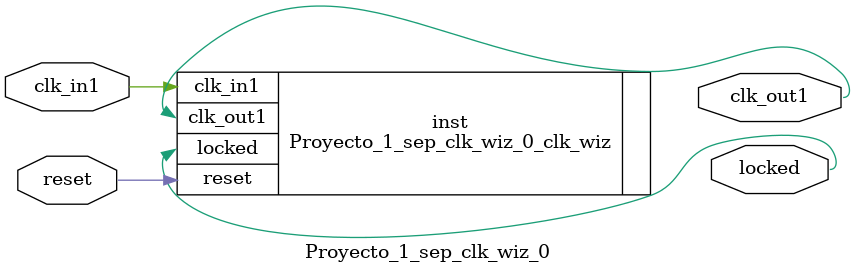
<source format=v>


`timescale 1ps/1ps

(* CORE_GENERATION_INFO = "Proyecto_1_sep_clk_wiz_0,clk_wiz_v6_0_5_0_0,{component_name=Proyecto_1_sep_clk_wiz_0,use_phase_alignment=true,use_min_o_jitter=false,use_max_i_jitter=false,use_dyn_phase_shift=false,use_inclk_switchover=false,use_dyn_reconfig=false,enable_axi=0,feedback_source=FDBK_AUTO,PRIMITIVE=MMCM,num_out_clk=1,clkin1_period=8.000,clkin2_period=10.000,use_power_down=false,use_reset=true,use_locked=true,use_inclk_stopped=false,feedback_type=SINGLE,CLOCK_MGR_TYPE=NA,manual_override=false}" *)

module Proyecto_1_sep_clk_wiz_0 
 (
  // Clock out ports
  output        clk_out1,
  // Status and control signals
  input         reset,
  output        locked,
 // Clock in ports
  input         clk_in1
 );

  Proyecto_1_sep_clk_wiz_0_clk_wiz inst
  (
  // Clock out ports  
  .clk_out1(clk_out1),
  // Status and control signals               
  .reset(reset), 
  .locked(locked),
 // Clock in ports
  .clk_in1(clk_in1)
  );

endmodule

</source>
